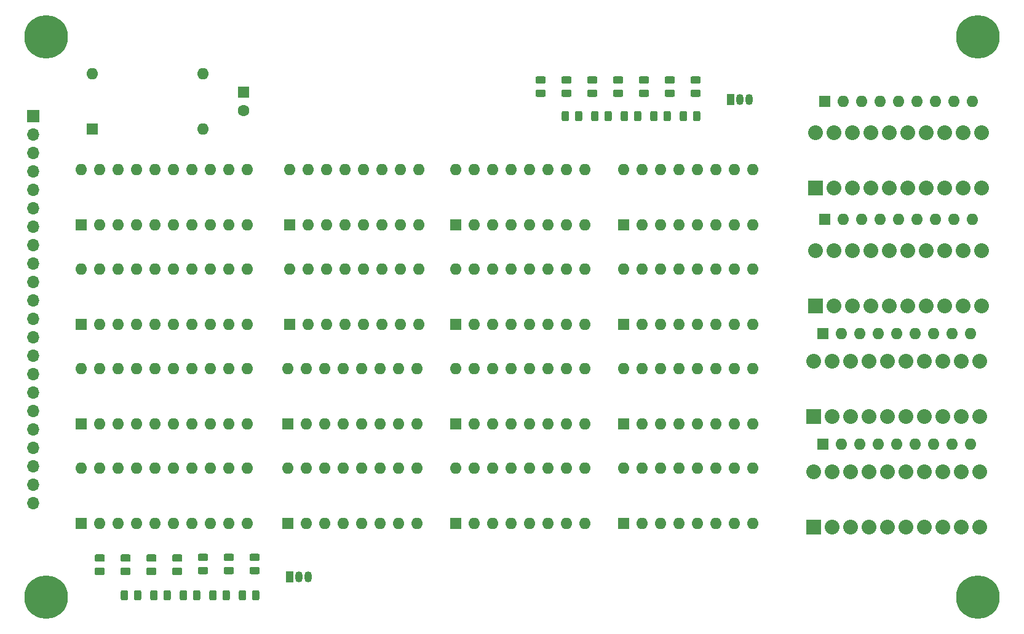
<source format=gbr>
%TF.GenerationSoftware,KiCad,Pcbnew,(5.1.10-1-10_14)*%
%TF.CreationDate,2021-08-16T01:31:51-04:00*%
%TF.ProjectId,sound,736f756e-642e-46b6-9963-61645f706362,rev?*%
%TF.SameCoordinates,Original*%
%TF.FileFunction,Soldermask,Top*%
%TF.FilePolarity,Negative*%
%FSLAX46Y46*%
G04 Gerber Fmt 4.6, Leading zero omitted, Abs format (unit mm)*
G04 Created by KiCad (PCBNEW (5.1.10-1-10_14)) date 2021-08-16 01:31:51*
%MOMM*%
%LPD*%
G01*
G04 APERTURE LIST*
%ADD10C,6.000000*%
%ADD11C,0.800000*%
%ADD12O,1.600000X1.600000*%
%ADD13R,1.600000X1.600000*%
%ADD14R,1.050000X1.500000*%
%ADD15O,1.050000X1.500000*%
%ADD16O,1.700000X1.700000*%
%ADD17R,1.700000X1.700000*%
%ADD18C,2.032000*%
%ADD19R,2.032000X2.032000*%
%ADD20C,1.600000*%
G04 APERTURE END LIST*
D10*
%TO.C,REF\u002A\u002A*%
X264160000Y-105410000D03*
D11*
X266410000Y-105410000D03*
X265750990Y-107000990D03*
X264160000Y-107660000D03*
X262569010Y-107000990D03*
X261910000Y-105410000D03*
X262569010Y-103819010D03*
X264160000Y-103160000D03*
X265750990Y-103819010D03*
%TD*%
%TO.C,REF\u002A\u002A*%
X265750990Y-26603010D03*
X264160000Y-25944000D03*
X262569010Y-26603010D03*
X261910000Y-28194000D03*
X262569010Y-29784990D03*
X264160000Y-30444000D03*
X265750990Y-29784990D03*
X266410000Y-28194000D03*
D10*
X264160000Y-28194000D03*
%TD*%
D12*
%TO.C,U16*%
X215392000Y-60198000D03*
X233172000Y-67818000D03*
X217932000Y-60198000D03*
X230632000Y-67818000D03*
X220472000Y-60198000D03*
X228092000Y-67818000D03*
X223012000Y-60198000D03*
X225552000Y-67818000D03*
X225552000Y-60198000D03*
X223012000Y-67818000D03*
X228092000Y-60198000D03*
X220472000Y-67818000D03*
X230632000Y-60198000D03*
X217932000Y-67818000D03*
X233172000Y-60198000D03*
D13*
X215392000Y-67818000D03*
%TD*%
D12*
%TO.C,U15*%
X192278000Y-60198000D03*
X210058000Y-67818000D03*
X194818000Y-60198000D03*
X207518000Y-67818000D03*
X197358000Y-60198000D03*
X204978000Y-67818000D03*
X199898000Y-60198000D03*
X202438000Y-67818000D03*
X202438000Y-60198000D03*
X199898000Y-67818000D03*
X204978000Y-60198000D03*
X197358000Y-67818000D03*
X207518000Y-60198000D03*
X194818000Y-67818000D03*
X210058000Y-60198000D03*
D13*
X192278000Y-67818000D03*
%TD*%
D12*
%TO.C,U14*%
X169418000Y-60198000D03*
X187198000Y-67818000D03*
X171958000Y-60198000D03*
X184658000Y-67818000D03*
X174498000Y-60198000D03*
X182118000Y-67818000D03*
X177038000Y-60198000D03*
X179578000Y-67818000D03*
X179578000Y-60198000D03*
X177038000Y-67818000D03*
X182118000Y-60198000D03*
X174498000Y-67818000D03*
X184658000Y-60198000D03*
X171958000Y-67818000D03*
X187198000Y-60198000D03*
D13*
X169418000Y-67818000D03*
%TD*%
D12*
%TO.C,U13*%
X140716000Y-60198000D03*
X163576000Y-67818000D03*
X143256000Y-60198000D03*
X161036000Y-67818000D03*
X145796000Y-60198000D03*
X158496000Y-67818000D03*
X148336000Y-60198000D03*
X155956000Y-67818000D03*
X150876000Y-60198000D03*
X153416000Y-67818000D03*
X153416000Y-60198000D03*
X150876000Y-67818000D03*
X155956000Y-60198000D03*
X148336000Y-67818000D03*
X158496000Y-60198000D03*
X145796000Y-67818000D03*
X161036000Y-60198000D03*
X143256000Y-67818000D03*
X163576000Y-60198000D03*
D13*
X140716000Y-67818000D03*
%TD*%
D12*
%TO.C,U12*%
X215392000Y-46482000D03*
X233172000Y-54102000D03*
X217932000Y-46482000D03*
X230632000Y-54102000D03*
X220472000Y-46482000D03*
X228092000Y-54102000D03*
X223012000Y-46482000D03*
X225552000Y-54102000D03*
X225552000Y-46482000D03*
X223012000Y-54102000D03*
X228092000Y-46482000D03*
X220472000Y-54102000D03*
X230632000Y-46482000D03*
X217932000Y-54102000D03*
X233172000Y-46482000D03*
D13*
X215392000Y-54102000D03*
%TD*%
D12*
%TO.C,U11*%
X140716000Y-46482000D03*
X163576000Y-54102000D03*
X143256000Y-46482000D03*
X161036000Y-54102000D03*
X145796000Y-46482000D03*
X158496000Y-54102000D03*
X148336000Y-46482000D03*
X155956000Y-54102000D03*
X150876000Y-46482000D03*
X153416000Y-54102000D03*
X153416000Y-46482000D03*
X150876000Y-54102000D03*
X155956000Y-46482000D03*
X148336000Y-54102000D03*
X158496000Y-46482000D03*
X145796000Y-54102000D03*
X161036000Y-46482000D03*
X143256000Y-54102000D03*
X163576000Y-46482000D03*
D13*
X140716000Y-54102000D03*
%TD*%
D12*
%TO.C,U7*%
X192278000Y-46482000D03*
X210058000Y-54102000D03*
X194818000Y-46482000D03*
X207518000Y-54102000D03*
X197358000Y-46482000D03*
X204978000Y-54102000D03*
X199898000Y-46482000D03*
X202438000Y-54102000D03*
X202438000Y-46482000D03*
X199898000Y-54102000D03*
X204978000Y-46482000D03*
X197358000Y-54102000D03*
X207518000Y-46482000D03*
X194818000Y-54102000D03*
X210058000Y-46482000D03*
D13*
X192278000Y-54102000D03*
%TD*%
D12*
%TO.C,U5*%
X169418000Y-46482000D03*
X187198000Y-54102000D03*
X171958000Y-46482000D03*
X184658000Y-54102000D03*
X174498000Y-46482000D03*
X182118000Y-54102000D03*
X177038000Y-46482000D03*
X179578000Y-54102000D03*
X179578000Y-46482000D03*
X177038000Y-54102000D03*
X182118000Y-46482000D03*
X174498000Y-54102000D03*
X184658000Y-46482000D03*
X171958000Y-54102000D03*
X187198000Y-46482000D03*
D13*
X169418000Y-54102000D03*
%TD*%
D12*
%TO.C,RN4*%
X263398000Y-37084000D03*
X260858000Y-37084000D03*
X258318000Y-37084000D03*
X255778000Y-37084000D03*
X253238000Y-37084000D03*
X250698000Y-37084000D03*
X248158000Y-37084000D03*
X245618000Y-37084000D03*
D13*
X243078000Y-37084000D03*
%TD*%
D12*
%TO.C,RN3*%
X263398000Y-53340000D03*
X260858000Y-53340000D03*
X258318000Y-53340000D03*
X255778000Y-53340000D03*
X253238000Y-53340000D03*
X250698000Y-53340000D03*
X248158000Y-53340000D03*
X245618000Y-53340000D03*
D13*
X243078000Y-53340000D03*
%TD*%
%TO.C,R24*%
G36*
G01*
X207067999Y-35452000D02*
X207968001Y-35452000D01*
G75*
G02*
X208218000Y-35701999I0J-249999D01*
G01*
X208218000Y-36227001D01*
G75*
G02*
X207968001Y-36477000I-249999J0D01*
G01*
X207067999Y-36477000D01*
G75*
G02*
X206818000Y-36227001I0J249999D01*
G01*
X206818000Y-35701999D01*
G75*
G02*
X207067999Y-35452000I249999J0D01*
G01*
G37*
G36*
G01*
X207067999Y-33627000D02*
X207968001Y-33627000D01*
G75*
G02*
X208218000Y-33876999I0J-249999D01*
G01*
X208218000Y-34402001D01*
G75*
G02*
X207968001Y-34652000I-249999J0D01*
G01*
X207067999Y-34652000D01*
G75*
G02*
X206818000Y-34402001I0J249999D01*
G01*
X206818000Y-33876999D01*
G75*
G02*
X207067999Y-33627000I249999J0D01*
G01*
G37*
%TD*%
%TO.C,R23*%
G36*
G01*
X203511999Y-35452000D02*
X204412001Y-35452000D01*
G75*
G02*
X204662000Y-35701999I0J-249999D01*
G01*
X204662000Y-36227001D01*
G75*
G02*
X204412001Y-36477000I-249999J0D01*
G01*
X203511999Y-36477000D01*
G75*
G02*
X203262000Y-36227001I0J249999D01*
G01*
X203262000Y-35701999D01*
G75*
G02*
X203511999Y-35452000I249999J0D01*
G01*
G37*
G36*
G01*
X203511999Y-33627000D02*
X204412001Y-33627000D01*
G75*
G02*
X204662000Y-33876999I0J-249999D01*
G01*
X204662000Y-34402001D01*
G75*
G02*
X204412001Y-34652000I-249999J0D01*
G01*
X203511999Y-34652000D01*
G75*
G02*
X203262000Y-34402001I0J249999D01*
G01*
X203262000Y-33876999D01*
G75*
G02*
X203511999Y-33627000I249999J0D01*
G01*
G37*
%TD*%
%TO.C,R22*%
G36*
G01*
X208680000Y-39566001D02*
X208680000Y-38665999D01*
G75*
G02*
X208929999Y-38416000I249999J0D01*
G01*
X209455001Y-38416000D01*
G75*
G02*
X209705000Y-38665999I0J-249999D01*
G01*
X209705000Y-39566001D01*
G75*
G02*
X209455001Y-39816000I-249999J0D01*
G01*
X208929999Y-39816000D01*
G75*
G02*
X208680000Y-39566001I0J249999D01*
G01*
G37*
G36*
G01*
X206855000Y-39566001D02*
X206855000Y-38665999D01*
G75*
G02*
X207104999Y-38416000I249999J0D01*
G01*
X207630001Y-38416000D01*
G75*
G02*
X207880000Y-38665999I0J-249999D01*
G01*
X207880000Y-39566001D01*
G75*
G02*
X207630001Y-39816000I-249999J0D01*
G01*
X207104999Y-39816000D01*
G75*
G02*
X206855000Y-39566001I0J249999D01*
G01*
G37*
%TD*%
%TO.C,R21*%
G36*
G01*
X210623999Y-35452000D02*
X211524001Y-35452000D01*
G75*
G02*
X211774000Y-35701999I0J-249999D01*
G01*
X211774000Y-36227001D01*
G75*
G02*
X211524001Y-36477000I-249999J0D01*
G01*
X210623999Y-36477000D01*
G75*
G02*
X210374000Y-36227001I0J249999D01*
G01*
X210374000Y-35701999D01*
G75*
G02*
X210623999Y-35452000I249999J0D01*
G01*
G37*
G36*
G01*
X210623999Y-33627000D02*
X211524001Y-33627000D01*
G75*
G02*
X211774000Y-33876999I0J-249999D01*
G01*
X211774000Y-34402001D01*
G75*
G02*
X211524001Y-34652000I-249999J0D01*
G01*
X210623999Y-34652000D01*
G75*
G02*
X210374000Y-34402001I0J249999D01*
G01*
X210374000Y-33876999D01*
G75*
G02*
X210623999Y-33627000I249999J0D01*
G01*
G37*
%TD*%
%TO.C,R20*%
G36*
G01*
X212744000Y-39566001D02*
X212744000Y-38665999D01*
G75*
G02*
X212993999Y-38416000I249999J0D01*
G01*
X213519001Y-38416000D01*
G75*
G02*
X213769000Y-38665999I0J-249999D01*
G01*
X213769000Y-39566001D01*
G75*
G02*
X213519001Y-39816000I-249999J0D01*
G01*
X212993999Y-39816000D01*
G75*
G02*
X212744000Y-39566001I0J249999D01*
G01*
G37*
G36*
G01*
X210919000Y-39566001D02*
X210919000Y-38665999D01*
G75*
G02*
X211168999Y-38416000I249999J0D01*
G01*
X211694001Y-38416000D01*
G75*
G02*
X211944000Y-38665999I0J-249999D01*
G01*
X211944000Y-39566001D01*
G75*
G02*
X211694001Y-39816000I-249999J0D01*
G01*
X211168999Y-39816000D01*
G75*
G02*
X210919000Y-39566001I0J249999D01*
G01*
G37*
%TD*%
%TO.C,R19*%
G36*
G01*
X214179999Y-35452000D02*
X215080001Y-35452000D01*
G75*
G02*
X215330000Y-35701999I0J-249999D01*
G01*
X215330000Y-36227001D01*
G75*
G02*
X215080001Y-36477000I-249999J0D01*
G01*
X214179999Y-36477000D01*
G75*
G02*
X213930000Y-36227001I0J249999D01*
G01*
X213930000Y-35701999D01*
G75*
G02*
X214179999Y-35452000I249999J0D01*
G01*
G37*
G36*
G01*
X214179999Y-33627000D02*
X215080001Y-33627000D01*
G75*
G02*
X215330000Y-33876999I0J-249999D01*
G01*
X215330000Y-34402001D01*
G75*
G02*
X215080001Y-34652000I-249999J0D01*
G01*
X214179999Y-34652000D01*
G75*
G02*
X213930000Y-34402001I0J249999D01*
G01*
X213930000Y-33876999D01*
G75*
G02*
X214179999Y-33627000I249999J0D01*
G01*
G37*
%TD*%
%TO.C,R18*%
G36*
G01*
X216808000Y-39566001D02*
X216808000Y-38665999D01*
G75*
G02*
X217057999Y-38416000I249999J0D01*
G01*
X217583001Y-38416000D01*
G75*
G02*
X217833000Y-38665999I0J-249999D01*
G01*
X217833000Y-39566001D01*
G75*
G02*
X217583001Y-39816000I-249999J0D01*
G01*
X217057999Y-39816000D01*
G75*
G02*
X216808000Y-39566001I0J249999D01*
G01*
G37*
G36*
G01*
X214983000Y-39566001D02*
X214983000Y-38665999D01*
G75*
G02*
X215232999Y-38416000I249999J0D01*
G01*
X215758001Y-38416000D01*
G75*
G02*
X216008000Y-38665999I0J-249999D01*
G01*
X216008000Y-39566001D01*
G75*
G02*
X215758001Y-39816000I-249999J0D01*
G01*
X215232999Y-39816000D01*
G75*
G02*
X214983000Y-39566001I0J249999D01*
G01*
G37*
%TD*%
%TO.C,R17*%
G36*
G01*
X217735999Y-35452000D02*
X218636001Y-35452000D01*
G75*
G02*
X218886000Y-35701999I0J-249999D01*
G01*
X218886000Y-36227001D01*
G75*
G02*
X218636001Y-36477000I-249999J0D01*
G01*
X217735999Y-36477000D01*
G75*
G02*
X217486000Y-36227001I0J249999D01*
G01*
X217486000Y-35701999D01*
G75*
G02*
X217735999Y-35452000I249999J0D01*
G01*
G37*
G36*
G01*
X217735999Y-33627000D02*
X218636001Y-33627000D01*
G75*
G02*
X218886000Y-33876999I0J-249999D01*
G01*
X218886000Y-34402001D01*
G75*
G02*
X218636001Y-34652000I-249999J0D01*
G01*
X217735999Y-34652000D01*
G75*
G02*
X217486000Y-34402001I0J249999D01*
G01*
X217486000Y-33876999D01*
G75*
G02*
X217735999Y-33627000I249999J0D01*
G01*
G37*
%TD*%
%TO.C,R16*%
G36*
G01*
X220872000Y-39566001D02*
X220872000Y-38665999D01*
G75*
G02*
X221121999Y-38416000I249999J0D01*
G01*
X221647001Y-38416000D01*
G75*
G02*
X221897000Y-38665999I0J-249999D01*
G01*
X221897000Y-39566001D01*
G75*
G02*
X221647001Y-39816000I-249999J0D01*
G01*
X221121999Y-39816000D01*
G75*
G02*
X220872000Y-39566001I0J249999D01*
G01*
G37*
G36*
G01*
X219047000Y-39566001D02*
X219047000Y-38665999D01*
G75*
G02*
X219296999Y-38416000I249999J0D01*
G01*
X219822001Y-38416000D01*
G75*
G02*
X220072000Y-38665999I0J-249999D01*
G01*
X220072000Y-39566001D01*
G75*
G02*
X219822001Y-39816000I-249999J0D01*
G01*
X219296999Y-39816000D01*
G75*
G02*
X219047000Y-39566001I0J249999D01*
G01*
G37*
%TD*%
%TO.C,R15*%
G36*
G01*
X221291999Y-35452000D02*
X222192001Y-35452000D01*
G75*
G02*
X222442000Y-35701999I0J-249999D01*
G01*
X222442000Y-36227001D01*
G75*
G02*
X222192001Y-36477000I-249999J0D01*
G01*
X221291999Y-36477000D01*
G75*
G02*
X221042000Y-36227001I0J249999D01*
G01*
X221042000Y-35701999D01*
G75*
G02*
X221291999Y-35452000I249999J0D01*
G01*
G37*
G36*
G01*
X221291999Y-33627000D02*
X222192001Y-33627000D01*
G75*
G02*
X222442000Y-33876999I0J-249999D01*
G01*
X222442000Y-34402001D01*
G75*
G02*
X222192001Y-34652000I-249999J0D01*
G01*
X221291999Y-34652000D01*
G75*
G02*
X221042000Y-34402001I0J249999D01*
G01*
X221042000Y-33876999D01*
G75*
G02*
X221291999Y-33627000I249999J0D01*
G01*
G37*
%TD*%
%TO.C,R14*%
G36*
G01*
X224936000Y-39566001D02*
X224936000Y-38665999D01*
G75*
G02*
X225185999Y-38416000I249999J0D01*
G01*
X225711001Y-38416000D01*
G75*
G02*
X225961000Y-38665999I0J-249999D01*
G01*
X225961000Y-39566001D01*
G75*
G02*
X225711001Y-39816000I-249999J0D01*
G01*
X225185999Y-39816000D01*
G75*
G02*
X224936000Y-39566001I0J249999D01*
G01*
G37*
G36*
G01*
X223111000Y-39566001D02*
X223111000Y-38665999D01*
G75*
G02*
X223360999Y-38416000I249999J0D01*
G01*
X223886001Y-38416000D01*
G75*
G02*
X224136000Y-38665999I0J-249999D01*
G01*
X224136000Y-39566001D01*
G75*
G02*
X223886001Y-39816000I-249999J0D01*
G01*
X223360999Y-39816000D01*
G75*
G02*
X223111000Y-39566001I0J249999D01*
G01*
G37*
%TD*%
%TO.C,R13*%
G36*
G01*
X224847999Y-35452000D02*
X225748001Y-35452000D01*
G75*
G02*
X225998000Y-35701999I0J-249999D01*
G01*
X225998000Y-36227001D01*
G75*
G02*
X225748001Y-36477000I-249999J0D01*
G01*
X224847999Y-36477000D01*
G75*
G02*
X224598000Y-36227001I0J249999D01*
G01*
X224598000Y-35701999D01*
G75*
G02*
X224847999Y-35452000I249999J0D01*
G01*
G37*
G36*
G01*
X224847999Y-33627000D02*
X225748001Y-33627000D01*
G75*
G02*
X225998000Y-33876999I0J-249999D01*
G01*
X225998000Y-34402001D01*
G75*
G02*
X225748001Y-34652000I-249999J0D01*
G01*
X224847999Y-34652000D01*
G75*
G02*
X224598000Y-34402001I0J249999D01*
G01*
X224598000Y-33876999D01*
G75*
G02*
X224847999Y-33627000I249999J0D01*
G01*
G37*
%TD*%
D14*
%TO.C,Q2*%
X230124000Y-36830000D03*
D15*
X232664000Y-36830000D03*
X231394000Y-36830000D03*
%TD*%
D16*
%TO.C,J69*%
X134112000Y-92456000D03*
X134112000Y-89916000D03*
X134112000Y-87376000D03*
X134112000Y-84836000D03*
X134112000Y-82296000D03*
X134112000Y-79756000D03*
X134112000Y-77216000D03*
X134112000Y-74676000D03*
X134112000Y-72136000D03*
X134112000Y-69596000D03*
X134112000Y-67056000D03*
X134112000Y-64516000D03*
X134112000Y-61976000D03*
X134112000Y-59436000D03*
X134112000Y-56896000D03*
X134112000Y-54356000D03*
X134112000Y-51816000D03*
X134112000Y-49276000D03*
X134112000Y-46736000D03*
X134112000Y-44196000D03*
X134112000Y-41656000D03*
D17*
X134112000Y-39116000D03*
%TD*%
D18*
%TO.C,BAR4*%
X241808000Y-41402000D03*
X244348000Y-41402000D03*
X246888000Y-41402000D03*
X249428000Y-41402000D03*
X262128000Y-49022000D03*
X264668000Y-49022000D03*
X264668000Y-41402000D03*
X262128000Y-41402000D03*
X259588000Y-49022000D03*
X257048000Y-49022000D03*
X254508000Y-49022000D03*
X251968000Y-49022000D03*
X251968000Y-41402000D03*
X254508000Y-41402000D03*
X257048000Y-41402000D03*
X259588000Y-41402000D03*
X249428000Y-49022000D03*
X246888000Y-49022000D03*
X244348000Y-49022000D03*
D19*
X241808000Y-49022000D03*
%TD*%
D18*
%TO.C,BAR3*%
X241808000Y-57658000D03*
X244348000Y-57658000D03*
X246888000Y-57658000D03*
X249428000Y-57658000D03*
X262128000Y-65278000D03*
X264668000Y-65278000D03*
X264668000Y-57658000D03*
X262128000Y-57658000D03*
X259588000Y-65278000D03*
X257048000Y-65278000D03*
X254508000Y-65278000D03*
X251968000Y-65278000D03*
X251968000Y-57658000D03*
X254508000Y-57658000D03*
X257048000Y-57658000D03*
X259588000Y-57658000D03*
X249428000Y-65278000D03*
X246888000Y-65278000D03*
X244348000Y-65278000D03*
D19*
X241808000Y-65278000D03*
%TD*%
D10*
%TO.C,REF\u002A\u002A*%
X135890000Y-28194000D03*
D11*
X138140000Y-28194000D03*
X137480990Y-29784990D03*
X135890000Y-30444000D03*
X134299010Y-29784990D03*
X133640000Y-28194000D03*
X134299010Y-26603010D03*
X135890000Y-25944000D03*
X137480990Y-26603010D03*
%TD*%
%TO.C,REF\u002A\u002A*%
X137480990Y-103819010D03*
X135890000Y-103160000D03*
X134299010Y-103819010D03*
X133640000Y-105410000D03*
X134299010Y-107000990D03*
X135890000Y-107660000D03*
X137480990Y-107000990D03*
X138140000Y-105410000D03*
D10*
X135890000Y-105410000D03*
%TD*%
D12*
%TO.C,RN2*%
X263144000Y-69088000D03*
X260604000Y-69088000D03*
X258064000Y-69088000D03*
X255524000Y-69088000D03*
X252984000Y-69088000D03*
X250444000Y-69088000D03*
X247904000Y-69088000D03*
X245364000Y-69088000D03*
D13*
X242824000Y-69088000D03*
%TD*%
D12*
%TO.C,RN1*%
X263144000Y-84328000D03*
X260604000Y-84328000D03*
X258064000Y-84328000D03*
X255524000Y-84328000D03*
X252984000Y-84328000D03*
X250444000Y-84328000D03*
X247904000Y-84328000D03*
X245364000Y-84328000D03*
D13*
X242824000Y-84328000D03*
%TD*%
D18*
%TO.C,BAR2*%
X241554000Y-72898000D03*
X244094000Y-72898000D03*
X246634000Y-72898000D03*
X249174000Y-72898000D03*
X261874000Y-80518000D03*
X264414000Y-80518000D03*
X264414000Y-72898000D03*
X261874000Y-72898000D03*
X259334000Y-80518000D03*
X256794000Y-80518000D03*
X254254000Y-80518000D03*
X251714000Y-80518000D03*
X251714000Y-72898000D03*
X254254000Y-72898000D03*
X256794000Y-72898000D03*
X259334000Y-72898000D03*
X249174000Y-80518000D03*
X246634000Y-80518000D03*
X244094000Y-80518000D03*
D19*
X241554000Y-80518000D03*
%TD*%
D18*
%TO.C,BAR1*%
X241554000Y-88138000D03*
X244094000Y-88138000D03*
X246634000Y-88138000D03*
X249174000Y-88138000D03*
X261874000Y-95758000D03*
X264414000Y-95758000D03*
X264414000Y-88138000D03*
X261874000Y-88138000D03*
X259334000Y-95758000D03*
X256794000Y-95758000D03*
X254254000Y-95758000D03*
X251714000Y-95758000D03*
X251714000Y-88138000D03*
X254254000Y-88138000D03*
X256794000Y-88138000D03*
X259334000Y-88138000D03*
X249174000Y-95758000D03*
X246634000Y-95758000D03*
X244094000Y-95758000D03*
D19*
X241554000Y-95758000D03*
%TD*%
D12*
%TO.C,U3*%
X140716000Y-87630000D03*
X163576000Y-95250000D03*
X143256000Y-87630000D03*
X161036000Y-95250000D03*
X145796000Y-87630000D03*
X158496000Y-95250000D03*
X148336000Y-87630000D03*
X155956000Y-95250000D03*
X150876000Y-87630000D03*
X153416000Y-95250000D03*
X153416000Y-87630000D03*
X150876000Y-95250000D03*
X155956000Y-87630000D03*
X148336000Y-95250000D03*
X158496000Y-87630000D03*
X145796000Y-95250000D03*
X161036000Y-87630000D03*
X143256000Y-95250000D03*
X163576000Y-87630000D03*
D13*
X140716000Y-95250000D03*
%TD*%
D12*
%TO.C,U1*%
X140716000Y-73914000D03*
X163576000Y-81534000D03*
X143256000Y-73914000D03*
X161036000Y-81534000D03*
X145796000Y-73914000D03*
X158496000Y-81534000D03*
X148336000Y-73914000D03*
X155956000Y-81534000D03*
X150876000Y-73914000D03*
X153416000Y-81534000D03*
X153416000Y-73914000D03*
X150876000Y-81534000D03*
X155956000Y-73914000D03*
X148336000Y-81534000D03*
X158496000Y-73914000D03*
X145796000Y-81534000D03*
X161036000Y-73914000D03*
X143256000Y-81534000D03*
X163576000Y-73914000D03*
D13*
X140716000Y-81534000D03*
%TD*%
%TO.C,R12*%
G36*
G01*
X164141999Y-101238000D02*
X165042001Y-101238000D01*
G75*
G02*
X165292000Y-101487999I0J-249999D01*
G01*
X165292000Y-102013001D01*
G75*
G02*
X165042001Y-102263000I-249999J0D01*
G01*
X164141999Y-102263000D01*
G75*
G02*
X163892000Y-102013001I0J249999D01*
G01*
X163892000Y-101487999D01*
G75*
G02*
X164141999Y-101238000I249999J0D01*
G01*
G37*
G36*
G01*
X164141999Y-99413000D02*
X165042001Y-99413000D01*
G75*
G02*
X165292000Y-99662999I0J-249999D01*
G01*
X165292000Y-100188001D01*
G75*
G02*
X165042001Y-100438000I-249999J0D01*
G01*
X164141999Y-100438000D01*
G75*
G02*
X163892000Y-100188001I0J249999D01*
G01*
X163892000Y-99662999D01*
G75*
G02*
X164141999Y-99413000I249999J0D01*
G01*
G37*
%TD*%
%TO.C,R11*%
G36*
G01*
X164230000Y-105606001D02*
X164230000Y-104705999D01*
G75*
G02*
X164479999Y-104456000I249999J0D01*
G01*
X165005001Y-104456000D01*
G75*
G02*
X165255000Y-104705999I0J-249999D01*
G01*
X165255000Y-105606001D01*
G75*
G02*
X165005001Y-105856000I-249999J0D01*
G01*
X164479999Y-105856000D01*
G75*
G02*
X164230000Y-105606001I0J249999D01*
G01*
G37*
G36*
G01*
X162405000Y-105606001D02*
X162405000Y-104705999D01*
G75*
G02*
X162654999Y-104456000I249999J0D01*
G01*
X163180001Y-104456000D01*
G75*
G02*
X163430000Y-104705999I0J-249999D01*
G01*
X163430000Y-105606001D01*
G75*
G02*
X163180001Y-105856000I-249999J0D01*
G01*
X162654999Y-105856000D01*
G75*
G02*
X162405000Y-105606001I0J249999D01*
G01*
G37*
%TD*%
%TO.C,R10*%
G36*
G01*
X160585999Y-101238000D02*
X161486001Y-101238000D01*
G75*
G02*
X161736000Y-101487999I0J-249999D01*
G01*
X161736000Y-102013001D01*
G75*
G02*
X161486001Y-102263000I-249999J0D01*
G01*
X160585999Y-102263000D01*
G75*
G02*
X160336000Y-102013001I0J249999D01*
G01*
X160336000Y-101487999D01*
G75*
G02*
X160585999Y-101238000I249999J0D01*
G01*
G37*
G36*
G01*
X160585999Y-99413000D02*
X161486001Y-99413000D01*
G75*
G02*
X161736000Y-99662999I0J-249999D01*
G01*
X161736000Y-100188001D01*
G75*
G02*
X161486001Y-100438000I-249999J0D01*
G01*
X160585999Y-100438000D01*
G75*
G02*
X160336000Y-100188001I0J249999D01*
G01*
X160336000Y-99662999D01*
G75*
G02*
X160585999Y-99413000I249999J0D01*
G01*
G37*
%TD*%
%TO.C,R9*%
G36*
G01*
X160166000Y-105606001D02*
X160166000Y-104705999D01*
G75*
G02*
X160415999Y-104456000I249999J0D01*
G01*
X160941001Y-104456000D01*
G75*
G02*
X161191000Y-104705999I0J-249999D01*
G01*
X161191000Y-105606001D01*
G75*
G02*
X160941001Y-105856000I-249999J0D01*
G01*
X160415999Y-105856000D01*
G75*
G02*
X160166000Y-105606001I0J249999D01*
G01*
G37*
G36*
G01*
X158341000Y-105606001D02*
X158341000Y-104705999D01*
G75*
G02*
X158590999Y-104456000I249999J0D01*
G01*
X159116001Y-104456000D01*
G75*
G02*
X159366000Y-104705999I0J-249999D01*
G01*
X159366000Y-105606001D01*
G75*
G02*
X159116001Y-105856000I-249999J0D01*
G01*
X158590999Y-105856000D01*
G75*
G02*
X158341000Y-105606001I0J249999D01*
G01*
G37*
%TD*%
%TO.C,R8*%
G36*
G01*
X157029999Y-101238000D02*
X157930001Y-101238000D01*
G75*
G02*
X158180000Y-101487999I0J-249999D01*
G01*
X158180000Y-102013001D01*
G75*
G02*
X157930001Y-102263000I-249999J0D01*
G01*
X157029999Y-102263000D01*
G75*
G02*
X156780000Y-102013001I0J249999D01*
G01*
X156780000Y-101487999D01*
G75*
G02*
X157029999Y-101238000I249999J0D01*
G01*
G37*
G36*
G01*
X157029999Y-99413000D02*
X157930001Y-99413000D01*
G75*
G02*
X158180000Y-99662999I0J-249999D01*
G01*
X158180000Y-100188001D01*
G75*
G02*
X157930001Y-100438000I-249999J0D01*
G01*
X157029999Y-100438000D01*
G75*
G02*
X156780000Y-100188001I0J249999D01*
G01*
X156780000Y-99662999D01*
G75*
G02*
X157029999Y-99413000I249999J0D01*
G01*
G37*
%TD*%
%TO.C,R7*%
G36*
G01*
X156102000Y-105606001D02*
X156102000Y-104705999D01*
G75*
G02*
X156351999Y-104456000I249999J0D01*
G01*
X156877001Y-104456000D01*
G75*
G02*
X157127000Y-104705999I0J-249999D01*
G01*
X157127000Y-105606001D01*
G75*
G02*
X156877001Y-105856000I-249999J0D01*
G01*
X156351999Y-105856000D01*
G75*
G02*
X156102000Y-105606001I0J249999D01*
G01*
G37*
G36*
G01*
X154277000Y-105606001D02*
X154277000Y-104705999D01*
G75*
G02*
X154526999Y-104456000I249999J0D01*
G01*
X155052001Y-104456000D01*
G75*
G02*
X155302000Y-104705999I0J-249999D01*
G01*
X155302000Y-105606001D01*
G75*
G02*
X155052001Y-105856000I-249999J0D01*
G01*
X154526999Y-105856000D01*
G75*
G02*
X154277000Y-105606001I0J249999D01*
G01*
G37*
%TD*%
%TO.C,R6*%
G36*
G01*
X153473999Y-101341500D02*
X154374001Y-101341500D01*
G75*
G02*
X154624000Y-101591499I0J-249999D01*
G01*
X154624000Y-102116501D01*
G75*
G02*
X154374001Y-102366500I-249999J0D01*
G01*
X153473999Y-102366500D01*
G75*
G02*
X153224000Y-102116501I0J249999D01*
G01*
X153224000Y-101591499D01*
G75*
G02*
X153473999Y-101341500I249999J0D01*
G01*
G37*
G36*
G01*
X153473999Y-99516500D02*
X154374001Y-99516500D01*
G75*
G02*
X154624000Y-99766499I0J-249999D01*
G01*
X154624000Y-100291501D01*
G75*
G02*
X154374001Y-100541500I-249999J0D01*
G01*
X153473999Y-100541500D01*
G75*
G02*
X153224000Y-100291501I0J249999D01*
G01*
X153224000Y-99766499D01*
G75*
G02*
X153473999Y-99516500I249999J0D01*
G01*
G37*
%TD*%
%TO.C,R5*%
G36*
G01*
X152038000Y-105606001D02*
X152038000Y-104705999D01*
G75*
G02*
X152287999Y-104456000I249999J0D01*
G01*
X152813001Y-104456000D01*
G75*
G02*
X153063000Y-104705999I0J-249999D01*
G01*
X153063000Y-105606001D01*
G75*
G02*
X152813001Y-105856000I-249999J0D01*
G01*
X152287999Y-105856000D01*
G75*
G02*
X152038000Y-105606001I0J249999D01*
G01*
G37*
G36*
G01*
X150213000Y-105606001D02*
X150213000Y-104705999D01*
G75*
G02*
X150462999Y-104456000I249999J0D01*
G01*
X150988001Y-104456000D01*
G75*
G02*
X151238000Y-104705999I0J-249999D01*
G01*
X151238000Y-105606001D01*
G75*
G02*
X150988001Y-105856000I-249999J0D01*
G01*
X150462999Y-105856000D01*
G75*
G02*
X150213000Y-105606001I0J249999D01*
G01*
G37*
%TD*%
%TO.C,R4*%
G36*
G01*
X149917999Y-101341500D02*
X150818001Y-101341500D01*
G75*
G02*
X151068000Y-101591499I0J-249999D01*
G01*
X151068000Y-102116501D01*
G75*
G02*
X150818001Y-102366500I-249999J0D01*
G01*
X149917999Y-102366500D01*
G75*
G02*
X149668000Y-102116501I0J249999D01*
G01*
X149668000Y-101591499D01*
G75*
G02*
X149917999Y-101341500I249999J0D01*
G01*
G37*
G36*
G01*
X149917999Y-99516500D02*
X150818001Y-99516500D01*
G75*
G02*
X151068000Y-99766499I0J-249999D01*
G01*
X151068000Y-100291501D01*
G75*
G02*
X150818001Y-100541500I-249999J0D01*
G01*
X149917999Y-100541500D01*
G75*
G02*
X149668000Y-100291501I0J249999D01*
G01*
X149668000Y-99766499D01*
G75*
G02*
X149917999Y-99516500I249999J0D01*
G01*
G37*
%TD*%
%TO.C,R3*%
G36*
G01*
X147974000Y-105606001D02*
X147974000Y-104705999D01*
G75*
G02*
X148223999Y-104456000I249999J0D01*
G01*
X148749001Y-104456000D01*
G75*
G02*
X148999000Y-104705999I0J-249999D01*
G01*
X148999000Y-105606001D01*
G75*
G02*
X148749001Y-105856000I-249999J0D01*
G01*
X148223999Y-105856000D01*
G75*
G02*
X147974000Y-105606001I0J249999D01*
G01*
G37*
G36*
G01*
X146149000Y-105606001D02*
X146149000Y-104705999D01*
G75*
G02*
X146398999Y-104456000I249999J0D01*
G01*
X146924001Y-104456000D01*
G75*
G02*
X147174000Y-104705999I0J-249999D01*
G01*
X147174000Y-105606001D01*
G75*
G02*
X146924001Y-105856000I-249999J0D01*
G01*
X146398999Y-105856000D01*
G75*
G02*
X146149000Y-105606001I0J249999D01*
G01*
G37*
%TD*%
%TO.C,R2*%
G36*
G01*
X142805999Y-101341500D02*
X143706001Y-101341500D01*
G75*
G02*
X143956000Y-101591499I0J-249999D01*
G01*
X143956000Y-102116501D01*
G75*
G02*
X143706001Y-102366500I-249999J0D01*
G01*
X142805999Y-102366500D01*
G75*
G02*
X142556000Y-102116501I0J249999D01*
G01*
X142556000Y-101591499D01*
G75*
G02*
X142805999Y-101341500I249999J0D01*
G01*
G37*
G36*
G01*
X142805999Y-99516500D02*
X143706001Y-99516500D01*
G75*
G02*
X143956000Y-99766499I0J-249999D01*
G01*
X143956000Y-100291501D01*
G75*
G02*
X143706001Y-100541500I-249999J0D01*
G01*
X142805999Y-100541500D01*
G75*
G02*
X142556000Y-100291501I0J249999D01*
G01*
X142556000Y-99766499D01*
G75*
G02*
X142805999Y-99516500I249999J0D01*
G01*
G37*
%TD*%
%TO.C,R1*%
G36*
G01*
X146361999Y-101341500D02*
X147262001Y-101341500D01*
G75*
G02*
X147512000Y-101591499I0J-249999D01*
G01*
X147512000Y-102116501D01*
G75*
G02*
X147262001Y-102366500I-249999J0D01*
G01*
X146361999Y-102366500D01*
G75*
G02*
X146112000Y-102116501I0J249999D01*
G01*
X146112000Y-101591499D01*
G75*
G02*
X146361999Y-101341500I249999J0D01*
G01*
G37*
G36*
G01*
X146361999Y-99516500D02*
X147262001Y-99516500D01*
G75*
G02*
X147512000Y-99766499I0J-249999D01*
G01*
X147512000Y-100291501D01*
G75*
G02*
X147262001Y-100541500I-249999J0D01*
G01*
X146361999Y-100541500D01*
G75*
G02*
X146112000Y-100291501I0J249999D01*
G01*
X146112000Y-99766499D01*
G75*
G02*
X146361999Y-99516500I249999J0D01*
G01*
G37*
%TD*%
D14*
%TO.C,Q1*%
X169418000Y-102616000D03*
D15*
X171958000Y-102616000D03*
X170688000Y-102616000D03*
%TD*%
D13*
%TO.C,Y1*%
X142240000Y-40894000D03*
D12*
X157480000Y-33274000D03*
X157480000Y-40894000D03*
X142240000Y-33274000D03*
%TD*%
%TO.C,U9*%
X215392000Y-87630000D03*
X233172000Y-95250000D03*
X217932000Y-87630000D03*
X230632000Y-95250000D03*
X220472000Y-87630000D03*
X228092000Y-95250000D03*
X223012000Y-87630000D03*
X225552000Y-95250000D03*
X225552000Y-87630000D03*
X223012000Y-95250000D03*
X228092000Y-87630000D03*
X220472000Y-95250000D03*
X230632000Y-87630000D03*
X217932000Y-95250000D03*
X233172000Y-87630000D03*
D13*
X215392000Y-95250000D03*
%TD*%
D12*
%TO.C,U10*%
X192278000Y-87630000D03*
X210058000Y-95250000D03*
X194818000Y-87630000D03*
X207518000Y-95250000D03*
X197358000Y-87630000D03*
X204978000Y-95250000D03*
X199898000Y-87630000D03*
X202438000Y-95250000D03*
X202438000Y-87630000D03*
X199898000Y-95250000D03*
X204978000Y-87630000D03*
X197358000Y-95250000D03*
X207518000Y-87630000D03*
X194818000Y-95250000D03*
X210058000Y-87630000D03*
D13*
X192278000Y-95250000D03*
%TD*%
D12*
%TO.C,U8*%
X169164000Y-87630000D03*
X186944000Y-95250000D03*
X171704000Y-87630000D03*
X184404000Y-95250000D03*
X174244000Y-87630000D03*
X181864000Y-95250000D03*
X176784000Y-87630000D03*
X179324000Y-95250000D03*
X179324000Y-87630000D03*
X176784000Y-95250000D03*
X181864000Y-87630000D03*
X174244000Y-95250000D03*
X184404000Y-87630000D03*
X171704000Y-95250000D03*
X186944000Y-87630000D03*
D13*
X169164000Y-95250000D03*
%TD*%
D12*
%TO.C,U6*%
X215392000Y-73914000D03*
X233172000Y-81534000D03*
X217932000Y-73914000D03*
X230632000Y-81534000D03*
X220472000Y-73914000D03*
X228092000Y-81534000D03*
X223012000Y-73914000D03*
X225552000Y-81534000D03*
X225552000Y-73914000D03*
X223012000Y-81534000D03*
X228092000Y-73914000D03*
X220472000Y-81534000D03*
X230632000Y-73914000D03*
X217932000Y-81534000D03*
X233172000Y-73914000D03*
D13*
X215392000Y-81534000D03*
%TD*%
D12*
%TO.C,U4*%
X192278000Y-73914000D03*
X210058000Y-81534000D03*
X194818000Y-73914000D03*
X207518000Y-81534000D03*
X197358000Y-73914000D03*
X204978000Y-81534000D03*
X199898000Y-73914000D03*
X202438000Y-81534000D03*
X202438000Y-73914000D03*
X199898000Y-81534000D03*
X204978000Y-73914000D03*
X197358000Y-81534000D03*
X207518000Y-73914000D03*
X194818000Y-81534000D03*
X210058000Y-73914000D03*
D13*
X192278000Y-81534000D03*
%TD*%
D12*
%TO.C,U2*%
X169164000Y-73914000D03*
X186944000Y-81534000D03*
X171704000Y-73914000D03*
X184404000Y-81534000D03*
X174244000Y-73914000D03*
X181864000Y-81534000D03*
X176784000Y-73914000D03*
X179324000Y-81534000D03*
X179324000Y-73914000D03*
X176784000Y-81534000D03*
X181864000Y-73914000D03*
X174244000Y-81534000D03*
X184404000Y-73914000D03*
X171704000Y-81534000D03*
X186944000Y-73914000D03*
D13*
X169164000Y-81534000D03*
%TD*%
D20*
%TO.C,C32*%
X163068000Y-38314000D03*
D13*
X163068000Y-35814000D03*
%TD*%
M02*

</source>
